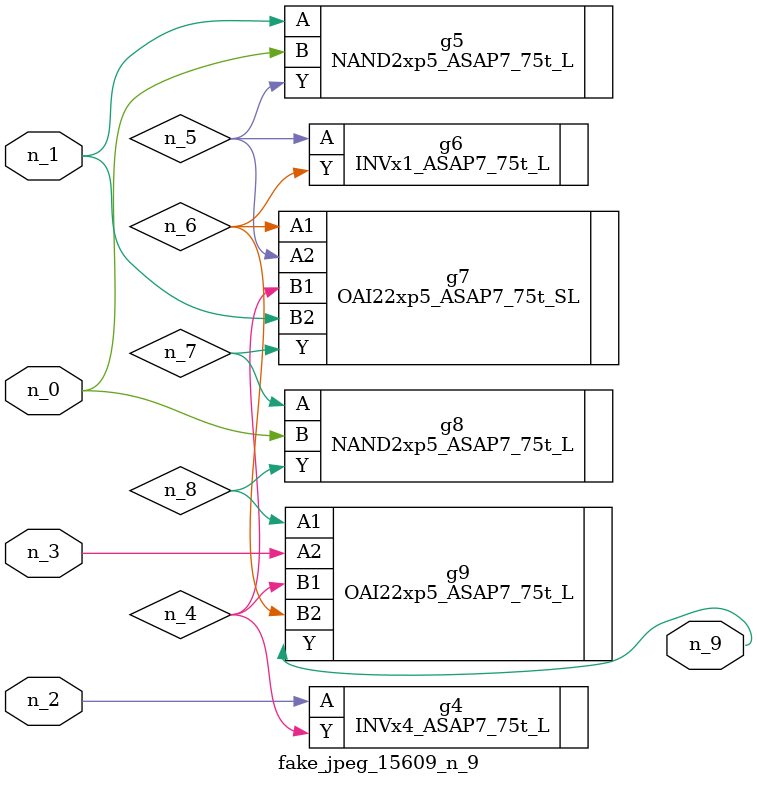
<source format=v>
module fake_jpeg_15609_n_9 (n_0, n_3, n_2, n_1, n_9);

input n_0;
input n_3;
input n_2;
input n_1;

output n_9;

wire n_4;
wire n_8;
wire n_6;
wire n_5;
wire n_7;

INVx4_ASAP7_75t_L g4 ( 
.A(n_2),
.Y(n_4)
);

NAND2xp5_ASAP7_75t_L g5 ( 
.A(n_1),
.B(n_0),
.Y(n_5)
);

INVx1_ASAP7_75t_L g6 ( 
.A(n_5),
.Y(n_6)
);

OAI22xp5_ASAP7_75t_SL g7 ( 
.A1(n_6),
.A2(n_5),
.B1(n_4),
.B2(n_1),
.Y(n_7)
);

NAND2xp5_ASAP7_75t_L g8 ( 
.A(n_7),
.B(n_0),
.Y(n_8)
);

OAI22xp5_ASAP7_75t_L g9 ( 
.A1(n_8),
.A2(n_3),
.B1(n_4),
.B2(n_6),
.Y(n_9)
);


endmodule
</source>
